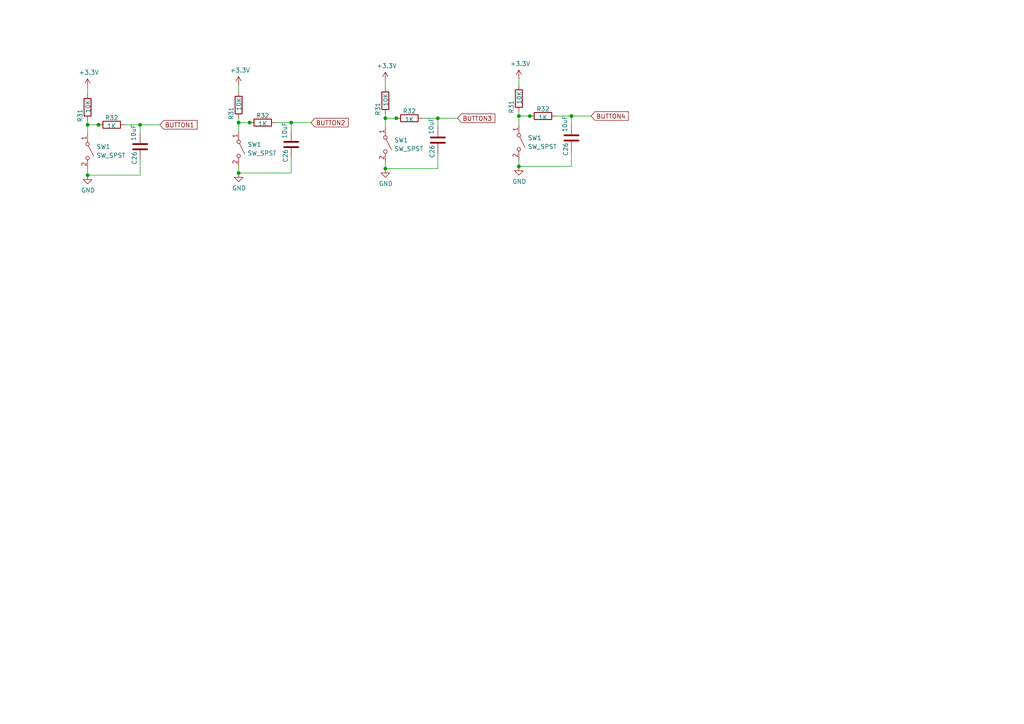
<source format=kicad_sch>
(kicad_sch (version 20230121) (generator eeschema)

  (uuid c2594aa1-857f-4eb7-af22-d43a178fed56)

  (paper "A4")

  (lib_symbols
    (symbol "KPM-Passives:C-0603-10uF-35V" (pin_numbers hide) (pin_names (offset 0.254)) (in_bom yes) (on_board yes)
      (property "Reference" "C" (at 0.635 2.54 0)
        (effects (font (size 1.27 1.27)) (justify left))
      )
      (property "Value" "10uF" (at 0.635 -2.54 0)
        (effects (font (size 1.27 1.27)) (justify left))
      )
      (property "Footprint" "Capacitor_SMD:C_0603_1608Metric_Pad1.08x0.95mm_HandSolder" (at 0.9652 -3.81 0)
        (effects (font (size 1.27 1.27)) hide)
      )
      (property "Datasheet" "~" (at 0 0 0)
        (effects (font (size 1.27 1.27)) hide)
      )
      (property "Digikey" "https://www.digikey.ca/en/products/detail/murata-electronics/GRM188R6YA106MA73D/5877411?s=N4IgTCBcDaIOICUCyBGAHGhA2AmgQRQAYsk8B2AZgBEQBdAXyA" (at -16.51 0 90)
        (effects (font (size 1.27 1.27)) hide)
      )
      (property "Mouser" "https://www.mouser.ca/ProductDetail/Murata-Electronics/GRM188R6YA106MA73D?qs=I53XXhTNm8uKsiF7Obn3Gg%3D%3D" (at -19.05 12.7 90)
        (effects (font (size 1.27 1.27)) hide)
      )
      (property "Manufacturer" "Murata Electronics" (at -13.97 -35.56 90)
        (effects (font (size 1.27 1.27)) hide)
      )
      (property "Part No" "GRM188R6YA106MA73D" (at -13.97 -8.89 90)
        (effects (font (size 1.27 1.27)) hide)
      )
      (property "ki_keywords" "cap capacitor" (at 0 0 0)
        (effects (font (size 1.27 1.27)) hide)
      )
      (property "ki_description" "Unpolarized capacitor" (at 0 0 0)
        (effects (font (size 1.27 1.27)) hide)
      )
      (property "ki_fp_filters" "C_*" (at 0 0 0)
        (effects (font (size 1.27 1.27)) hide)
      )
      (symbol "C-0603-10uF-35V_0_1"
        (polyline
          (pts
            (xy -2.032 -0.762)
            (xy 2.032 -0.762)
          )
          (stroke (width 0.508) (type default))
          (fill (type none))
        )
        (polyline
          (pts
            (xy -2.032 0.762)
            (xy 2.032 0.762)
          )
          (stroke (width 0.508) (type default))
          (fill (type none))
        )
      )
      (symbol "C-0603-10uF-35V_1_1"
        (pin passive line (at 0 3.81 270) (length 2.794)
          (name "~" (effects (font (size 1.27 1.27))))
          (number "1" (effects (font (size 1.27 1.27))))
        )
        (pin passive line (at 0 -3.81 90) (length 2.794)
          (name "~" (effects (font (size 1.27 1.27))))
          (number "2" (effects (font (size 1.27 1.27))))
        )
      )
    )
    (symbol "KPM-Passives:R-0603-10K-0.1W-1%" (pin_numbers hide) (pin_names (offset 0)) (in_bom yes) (on_board yes)
      (property "Reference" "R" (at 2.032 0 90)
        (effects (font (size 1.27 1.27)))
      )
      (property "Value" "10K" (at 0 0 90)
        (effects (font (size 1.27 1.27)))
      )
      (property "Footprint" "Resistor_SMD:R_0603_1608Metric_Pad0.98x0.95mm_HandSolder" (at -1.778 0 90)
        (effects (font (size 1.27 1.27)) hide)
      )
      (property "Datasheet" "~" (at 0 0 0)
        (effects (font (size 1.27 1.27)) hide)
      )
      (property "Digikey" "https://www.digikey.ca/en/products/detail/yageo/rc0603fr-0710kl/726880" (at -13.97 -5.08 90)
        (effects (font (size 1.27 1.27)) hide)
      )
      (property "Mouser" "https://www.mouser.ca/ProductDetail/YAGEO/RC0603FR-0710KL?qs=grNVn54RoB%252B3GtjbJj3wJQ%3D%3D" (at -16.51 10.16 90)
        (effects (font (size 1.27 1.27)) hide)
      )
      (property "Manufacturer" "Yageo" (at -10.16 -26.67 90)
        (effects (font (size 1.27 1.27)) hide)
      )
      (property "Part No" "RC0603FR-0710KL" (at -10.16 -11.43 90)
        (effects (font (size 1.27 1.27)) hide)
      )
      (property "ki_keywords" "R res resistor" (at 0 0 0)
        (effects (font (size 1.27 1.27)) hide)
      )
      (property "ki_description" "Resistor" (at 0 0 0)
        (effects (font (size 1.27 1.27)) hide)
      )
      (property "ki_fp_filters" "R_*" (at 0 0 0)
        (effects (font (size 1.27 1.27)) hide)
      )
      (symbol "R-0603-10K-0.1W-1%_0_1"
        (rectangle (start -1.016 -2.54) (end 1.016 2.54)
          (stroke (width 0.254) (type default))
          (fill (type none))
        )
      )
      (symbol "R-0603-10K-0.1W-1%_1_1"
        (pin passive line (at 0 3.81 270) (length 1.27)
          (name "~" (effects (font (size 1.27 1.27))))
          (number "1" (effects (font (size 1.27 1.27))))
        )
        (pin passive line (at 0 -3.81 90) (length 1.27)
          (name "~" (effects (font (size 1.27 1.27))))
          (number "2" (effects (font (size 1.27 1.27))))
        )
      )
    )
    (symbol "KPM-Passives:R-0603-1K-0.1W-1%" (pin_numbers hide) (pin_names (offset 0)) (in_bom yes) (on_board yes)
      (property "Reference" "R" (at 2.032 0 90)
        (effects (font (size 1.27 1.27)))
      )
      (property "Value" "1K" (at 0 0 90)
        (effects (font (size 1.27 1.27)))
      )
      (property "Footprint" "Resistor_SMD:R_0603_1608Metric_Pad0.98x0.95mm_HandSolder" (at -1.778 0 90)
        (effects (font (size 1.27 1.27)) hide)
      )
      (property "Datasheet" "~" (at 0 0 0)
        (effects (font (size 1.27 1.27)) hide)
      )
      (property "Digikey" "https://www.digikey.ca/en/products/detail/yageo/rc0603fr-071kl/726843" (at -13.97 -5.08 90)
        (effects (font (size 1.27 1.27)) hide)
      )
      (property "Mouser" "https://www.mouser.ca/ProductDetail/YAGEO/RC0603FR-071KL?qs=VU8sRB4EgwApHsk4rF%2F3zg%3D%3D" (at -16.51 10.16 90)
        (effects (font (size 1.27 1.27)) hide)
      )
      (property "Manufacturer" "Yageo" (at -10.16 -26.67 90)
        (effects (font (size 1.27 1.27)) hide)
      )
      (property "Part No" "RC0603FR-071KL" (at -10.16 -11.43 90)
        (effects (font (size 1.27 1.27)) hide)
      )
      (property "ki_keywords" "R res resistor" (at 0 0 0)
        (effects (font (size 1.27 1.27)) hide)
      )
      (property "ki_description" "Resistor" (at 0 0 0)
        (effects (font (size 1.27 1.27)) hide)
      )
      (property "ki_fp_filters" "R_*" (at 0 0 0)
        (effects (font (size 1.27 1.27)) hide)
      )
      (symbol "R-0603-1K-0.1W-1%_0_1"
        (rectangle (start -1.016 -2.54) (end 1.016 2.54)
          (stroke (width 0.254) (type default))
          (fill (type none))
        )
      )
      (symbol "R-0603-1K-0.1W-1%_1_1"
        (pin passive line (at 0 3.81 270) (length 1.27)
          (name "~" (effects (font (size 1.27 1.27))))
          (number "1" (effects (font (size 1.27 1.27))))
        )
        (pin passive line (at 0 -3.81 90) (length 1.27)
          (name "~" (effects (font (size 1.27 1.27))))
          (number "2" (effects (font (size 1.27 1.27))))
        )
      )
    )
    (symbol "Switch:SW_SPST" (pin_names (offset 0) hide) (in_bom yes) (on_board yes)
      (property "Reference" "SW" (at 0 3.175 0)
        (effects (font (size 1.27 1.27)))
      )
      (property "Value" "SW_SPST" (at 0 -2.54 0)
        (effects (font (size 1.27 1.27)))
      )
      (property "Footprint" "" (at 0 0 0)
        (effects (font (size 1.27 1.27)) hide)
      )
      (property "Datasheet" "~" (at 0 0 0)
        (effects (font (size 1.27 1.27)) hide)
      )
      (property "ki_keywords" "switch lever" (at 0 0 0)
        (effects (font (size 1.27 1.27)) hide)
      )
      (property "ki_description" "Single Pole Single Throw (SPST) switch" (at 0 0 0)
        (effects (font (size 1.27 1.27)) hide)
      )
      (symbol "SW_SPST_0_0"
        (circle (center -2.032 0) (radius 0.508)
          (stroke (width 0) (type default))
          (fill (type none))
        )
        (polyline
          (pts
            (xy -1.524 0.254)
            (xy 1.524 1.778)
          )
          (stroke (width 0) (type default))
          (fill (type none))
        )
        (circle (center 2.032 0) (radius 0.508)
          (stroke (width 0) (type default))
          (fill (type none))
        )
      )
      (symbol "SW_SPST_1_1"
        (pin passive line (at -5.08 0 0) (length 2.54)
          (name "A" (effects (font (size 1.27 1.27))))
          (number "1" (effects (font (size 1.27 1.27))))
        )
        (pin passive line (at 5.08 0 180) (length 2.54)
          (name "B" (effects (font (size 1.27 1.27))))
          (number "2" (effects (font (size 1.27 1.27))))
        )
      )
    )
    (symbol "power:+3.3V" (power) (pin_names (offset 0)) (in_bom yes) (on_board yes)
      (property "Reference" "#PWR" (at 0 -3.81 0)
        (effects (font (size 1.27 1.27)) hide)
      )
      (property "Value" "+3.3V" (at 0 3.556 0)
        (effects (font (size 1.27 1.27)))
      )
      (property "Footprint" "" (at 0 0 0)
        (effects (font (size 1.27 1.27)) hide)
      )
      (property "Datasheet" "" (at 0 0 0)
        (effects (font (size 1.27 1.27)) hide)
      )
      (property "ki_keywords" "global power" (at 0 0 0)
        (effects (font (size 1.27 1.27)) hide)
      )
      (property "ki_description" "Power symbol creates a global label with name \"+3.3V\"" (at 0 0 0)
        (effects (font (size 1.27 1.27)) hide)
      )
      (symbol "+3.3V_0_1"
        (polyline
          (pts
            (xy -0.762 1.27)
            (xy 0 2.54)
          )
          (stroke (width 0) (type default))
          (fill (type none))
        )
        (polyline
          (pts
            (xy 0 0)
            (xy 0 2.54)
          )
          (stroke (width 0) (type default))
          (fill (type none))
        )
        (polyline
          (pts
            (xy 0 2.54)
            (xy 0.762 1.27)
          )
          (stroke (width 0) (type default))
          (fill (type none))
        )
      )
      (symbol "+3.3V_1_1"
        (pin power_in line (at 0 0 90) (length 0) hide
          (name "+3.3V" (effects (font (size 1.27 1.27))))
          (number "1" (effects (font (size 1.27 1.27))))
        )
      )
    )
    (symbol "power:GND" (power) (pin_names (offset 0)) (in_bom yes) (on_board yes)
      (property "Reference" "#PWR" (at 0 -6.35 0)
        (effects (font (size 1.27 1.27)) hide)
      )
      (property "Value" "GND" (at 0 -3.81 0)
        (effects (font (size 1.27 1.27)))
      )
      (property "Footprint" "" (at 0 0 0)
        (effects (font (size 1.27 1.27)) hide)
      )
      (property "Datasheet" "" (at 0 0 0)
        (effects (font (size 1.27 1.27)) hide)
      )
      (property "ki_keywords" "global power" (at 0 0 0)
        (effects (font (size 1.27 1.27)) hide)
      )
      (property "ki_description" "Power symbol creates a global label with name \"GND\" , ground" (at 0 0 0)
        (effects (font (size 1.27 1.27)) hide)
      )
      (symbol "GND_0_1"
        (polyline
          (pts
            (xy 0 0)
            (xy 0 -1.27)
            (xy 1.27 -1.27)
            (xy 0 -2.54)
            (xy -1.27 -1.27)
            (xy 0 -1.27)
          )
          (stroke (width 0) (type default))
          (fill (type none))
        )
      )
      (symbol "GND_1_1"
        (pin power_in line (at 0 0 270) (length 0) hide
          (name "GND" (effects (font (size 1.27 1.27))))
          (number "1" (effects (font (size 1.27 1.27))))
        )
      )
    )
  )

  (junction (at 111.76 48.895) (diameter 0) (color 0 0 0 0)
    (uuid 092f9b43-05a6-42a1-8e11-28690a3f5fff)
  )
  (junction (at 127 34.29) (diameter 0) (color 0 0 0 0)
    (uuid 2d5e12bc-93a6-4d88-b3f2-61be4781c8aa)
  )
  (junction (at 150.495 33.655) (diameter 0) (color 0 0 0 0)
    (uuid 34ea051b-55c3-4360-bf6d-3ac244520e26)
  )
  (junction (at 150.495 48.26) (diameter 0) (color 0 0 0 0)
    (uuid 4ba02cdb-1766-408f-8b39-9faaf9195ac5)
  )
  (junction (at 28.575 36.195) (diameter 0) (color 0 0 0 0)
    (uuid 4ebeb03a-c566-4168-850e-5b05dee06746)
  )
  (junction (at 114.935 34.29) (diameter 0) (color 0 0 0 0)
    (uuid 5264b1a4-eaa1-472c-8715-b50fb9f62b74)
  )
  (junction (at 69.215 50.165) (diameter 0) (color 0 0 0 0)
    (uuid 52ee6730-f55b-4025-baad-efdf1631c0a9)
  )
  (junction (at 72.39 35.56) (diameter 0) (color 0 0 0 0)
    (uuid 555d0aea-8744-462e-b8b6-d7979d918d69)
  )
  (junction (at 165.735 33.655) (diameter 0) (color 0 0 0 0)
    (uuid 5c790cde-cb67-4151-a57a-78dbf6f65be2)
  )
  (junction (at 69.215 35.56) (diameter 0) (color 0 0 0 0)
    (uuid 61643123-da17-4026-9942-0b1a66e765e3)
  )
  (junction (at 25.4 50.8) (diameter 0) (color 0 0 0 0)
    (uuid 75588b3c-a84f-42f6-afc1-245df3cf3995)
  )
  (junction (at 40.64 36.195) (diameter 0) (color 0 0 0 0)
    (uuid 8b4a192d-b5e3-42e7-9bda-9529f55aeab8)
  )
  (junction (at 153.67 33.655) (diameter 0) (color 0 0 0 0)
    (uuid 916edc43-6898-4728-b372-4f3c1a33f643)
  )
  (junction (at 84.455 35.56) (diameter 0) (color 0 0 0 0)
    (uuid 989aa76d-f5cc-4a3e-8a96-246bf0faf3d6)
  )
  (junction (at 25.4 36.195) (diameter 0) (color 0 0 0 0)
    (uuid cd1b25ee-ae0a-477f-8adb-33d25d572966)
  )
  (junction (at 111.76 34.29) (diameter 0) (color 0 0 0 0)
    (uuid d2812044-fce6-4097-b0bb-6bf60b75ec67)
  )

  (wire (pts (xy 111.76 23.495) (xy 111.76 25.4))
    (stroke (width 0) (type default))
    (uuid 00a79e26-962f-4b65-8663-f28ca13a39ff)
  )
  (wire (pts (xy 69.215 24.765) (xy 69.215 26.67))
    (stroke (width 0) (type default))
    (uuid 0e6894cb-c6ba-4a0f-919a-75064be620c7)
  )
  (wire (pts (xy 165.735 33.655) (xy 165.735 36.195))
    (stroke (width 0) (type default))
    (uuid 10b1052b-518b-4f71-b158-95eebdf73fdd)
  )
  (wire (pts (xy 127 34.29) (xy 132.715 34.29))
    (stroke (width 0) (type default))
    (uuid 118b8609-b6b5-4957-9550-50d330b0a2d5)
  )
  (wire (pts (xy 69.215 34.29) (xy 69.215 35.56))
    (stroke (width 0) (type default))
    (uuid 11f7c2cf-dd3e-4d16-aacd-adc7b765ddd7)
  )
  (wire (pts (xy 28.575 36.195) (xy 29.21 36.195))
    (stroke (width 0) (type default))
    (uuid 149d6a6c-72ba-450a-a60e-13f001929201)
  )
  (wire (pts (xy 25.4 36.195) (xy 25.4 38.735))
    (stroke (width 0) (type default))
    (uuid 15198a38-f656-45da-9847-7a0bd5d40a1d)
  )
  (wire (pts (xy 84.455 35.56) (xy 90.17 35.56))
    (stroke (width 0) (type default))
    (uuid 234b6bbe-4320-48e8-9c09-866fb48c2f95)
  )
  (wire (pts (xy 25.4 25.4) (xy 25.4 27.305))
    (stroke (width 0) (type default))
    (uuid 2967f99b-daac-4652-b3b5-405d45235ef3)
  )
  (wire (pts (xy 150.495 32.385) (xy 150.495 33.655))
    (stroke (width 0) (type default))
    (uuid 31cb0414-3725-45b2-9a86-a145c851bcfe)
  )
  (wire (pts (xy 69.215 35.56) (xy 72.39 35.56))
    (stroke (width 0) (type default))
    (uuid 48985115-4c87-4f1a-a1e0-c18b1bd2bdb8)
  )
  (wire (pts (xy 111.76 46.99) (xy 111.76 48.895))
    (stroke (width 0) (type default))
    (uuid 57e29c2a-f015-4ba3-a213-ce4c36927302)
  )
  (wire (pts (xy 40.64 36.195) (xy 40.64 38.735))
    (stroke (width 0) (type default))
    (uuid 5c3ce1c3-8fb3-4d99-869a-45f38d24c42d)
  )
  (wire (pts (xy 122.555 34.29) (xy 127 34.29))
    (stroke (width 0) (type default))
    (uuid 62702b55-d495-4890-a2ed-94e390ee07a4)
  )
  (wire (pts (xy 111.76 33.02) (xy 111.76 34.29))
    (stroke (width 0) (type default))
    (uuid 74aa7c50-fb9e-4979-956c-962fbaa30e0d)
  )
  (wire (pts (xy 25.4 36.195) (xy 28.575 36.195))
    (stroke (width 0) (type default))
    (uuid 782a2c5e-e8d0-418e-a04f-6c8681a594b3)
  )
  (wire (pts (xy 165.735 43.815) (xy 165.735 48.26))
    (stroke (width 0) (type default))
    (uuid 7912d930-fafb-448d-a3a3-6d8daf5f9337)
  )
  (wire (pts (xy 150.495 33.655) (xy 153.67 33.655))
    (stroke (width 0) (type default))
    (uuid 7d9e377d-f0bf-4774-ae58-d255128d101f)
  )
  (wire (pts (xy 69.215 35.56) (xy 69.215 38.1))
    (stroke (width 0) (type default))
    (uuid 84090c3c-542b-457b-aae0-a794340b890d)
  )
  (wire (pts (xy 72.39 35.56) (xy 73.025 35.56))
    (stroke (width 0) (type default))
    (uuid 854dde29-bcb8-48f8-88c9-6013d35a0df8)
  )
  (wire (pts (xy 84.455 35.56) (xy 84.455 38.1))
    (stroke (width 0) (type default))
    (uuid 860bd189-b6c6-483b-8d75-5cf6f6640bdc)
  )
  (wire (pts (xy 40.64 46.355) (xy 40.64 50.8))
    (stroke (width 0) (type default))
    (uuid 8772e375-da5e-4b4c-ad05-27167a398f92)
  )
  (wire (pts (xy 69.215 48.26) (xy 69.215 50.165))
    (stroke (width 0) (type default))
    (uuid 934d50f9-9721-4a47-94f2-e6efad688330)
  )
  (wire (pts (xy 25.4 34.925) (xy 25.4 36.195))
    (stroke (width 0) (type default))
    (uuid 93c83c0b-227d-45e9-b5b2-00fb17c361bb)
  )
  (wire (pts (xy 127 44.45) (xy 127 48.895))
    (stroke (width 0) (type default))
    (uuid 9e978f2c-bdf8-4068-8bb3-37544b6306c8)
  )
  (wire (pts (xy 80.01 35.56) (xy 84.455 35.56))
    (stroke (width 0) (type default))
    (uuid a394412c-db7e-472a-95da-55f6c8a50813)
  )
  (wire (pts (xy 25.4 48.895) (xy 25.4 50.8))
    (stroke (width 0) (type default))
    (uuid a745d79f-d3c1-4080-9a67-20400f7790aa)
  )
  (wire (pts (xy 127 48.895) (xy 111.76 48.895))
    (stroke (width 0) (type default))
    (uuid aa3f7991-3875-49f8-acda-ccc7b4cd165a)
  )
  (wire (pts (xy 150.495 33.655) (xy 150.495 36.195))
    (stroke (width 0) (type default))
    (uuid ad2bf3c1-4cb3-426f-aad2-ab5b2e144481)
  )
  (wire (pts (xy 84.455 50.165) (xy 69.215 50.165))
    (stroke (width 0) (type default))
    (uuid b66188e5-078c-4e1f-8cf3-1d36a3562d98)
  )
  (wire (pts (xy 84.455 45.72) (xy 84.455 50.165))
    (stroke (width 0) (type default))
    (uuid b9a2b02d-e5d2-4aa0-8ae1-2fbf0e075922)
  )
  (wire (pts (xy 111.76 34.29) (xy 111.76 36.83))
    (stroke (width 0) (type default))
    (uuid c2b3f5d6-5c51-4028-a0bb-42bb4edaae20)
  )
  (wire (pts (xy 40.64 36.195) (xy 46.355 36.195))
    (stroke (width 0) (type default))
    (uuid c5174eff-9f86-4f61-b5f6-9d8d556b3663)
  )
  (wire (pts (xy 127 34.29) (xy 127 36.83))
    (stroke (width 0) (type default))
    (uuid cae702ee-ba4d-4e32-a195-51f3ba6506f6)
  )
  (wire (pts (xy 150.495 22.86) (xy 150.495 24.765))
    (stroke (width 0) (type default))
    (uuid cc8df2eb-855a-4b0e-94d4-b2b7977306f1)
  )
  (wire (pts (xy 165.735 48.26) (xy 150.495 48.26))
    (stroke (width 0) (type default))
    (uuid cd270d66-77f9-4221-a2fc-3ad88c14e842)
  )
  (wire (pts (xy 111.76 34.29) (xy 114.935 34.29))
    (stroke (width 0) (type default))
    (uuid d1262c19-062a-4969-89ee-fb45a7c0cf32)
  )
  (wire (pts (xy 36.195 36.195) (xy 40.64 36.195))
    (stroke (width 0) (type default))
    (uuid d2b9dec1-166e-46c3-9822-d701f128b6d6)
  )
  (wire (pts (xy 161.29 33.655) (xy 165.735 33.655))
    (stroke (width 0) (type default))
    (uuid d7177595-7dff-4fe3-9d77-1f925b433970)
  )
  (wire (pts (xy 40.64 50.8) (xy 25.4 50.8))
    (stroke (width 0) (type default))
    (uuid d7dc256c-211f-4198-a298-6ee519a3e9da)
  )
  (wire (pts (xy 114.935 34.29) (xy 115.57 34.29))
    (stroke (width 0) (type default))
    (uuid dbd864db-c5b9-4f6c-9751-fa111bf224d7)
  )
  (wire (pts (xy 153.67 33.655) (xy 154.305 33.655))
    (stroke (width 0) (type default))
    (uuid e4cb81f3-fbdb-4e39-9742-6d71bcd3a794)
  )
  (wire (pts (xy 165.735 33.655) (xy 171.45 33.655))
    (stroke (width 0) (type default))
    (uuid f2940ea4-31a1-482d-b6f1-352b6dc7bc45)
  )
  (wire (pts (xy 150.495 46.355) (xy 150.495 48.26))
    (stroke (width 0) (type default))
    (uuid f52ee099-5cbe-46ad-86c8-5b7c58b76e99)
  )

  (global_label "BUTTON1" (shape input) (at 46.355 36.195 0) (fields_autoplaced)
    (effects (font (size 1.27 1.27)) (justify left))
    (uuid 04454cae-4737-4351-a58d-44c79dac21c0)
    (property "Intersheetrefs" "${INTERSHEET_REFS}" (at 57.7464 36.195 0)
      (effects (font (size 1.27 1.27)) (justify left) hide)
    )
  )
  (global_label "BUTTON4" (shape input) (at 171.45 33.655 0) (fields_autoplaced)
    (effects (font (size 1.27 1.27)) (justify left))
    (uuid 9342893f-b00a-487a-8cd9-7a9ac25fdd6a)
    (property "Intersheetrefs" "${INTERSHEET_REFS}" (at 182.8414 33.655 0)
      (effects (font (size 1.27 1.27)) (justify left) hide)
    )
  )
  (global_label "BUTTON3" (shape input) (at 132.715 34.29 0) (fields_autoplaced)
    (effects (font (size 1.27 1.27)) (justify left))
    (uuid 97a36fe7-d59a-4d14-aa8b-a586b017ff25)
    (property "Intersheetrefs" "${INTERSHEET_REFS}" (at 144.1064 34.29 0)
      (effects (font (size 1.27 1.27)) (justify left) hide)
    )
  )
  (global_label "BUTTON2" (shape input) (at 90.17 35.56 0) (fields_autoplaced)
    (effects (font (size 1.27 1.27)) (justify left))
    (uuid 9802cc88-fd6d-49d1-9314-389e301c144d)
    (property "Intersheetrefs" "${INTERSHEET_REFS}" (at 101.5614 35.56 0)
      (effects (font (size 1.27 1.27)) (justify left) hide)
    )
  )

  (symbol (lib_id "Switch:SW_SPST") (at 25.4 43.815 270) (unit 1)
    (in_bom yes) (on_board yes) (dnp no) (fields_autoplaced)
    (uuid 06c7a8f3-2761-493e-b9f5-fdf5d36124d8)
    (property "Reference" "SW1" (at 27.94 42.545 90)
      (effects (font (size 1.27 1.27)) (justify left))
    )
    (property "Value" "SW_SPST" (at 27.94 45.085 90)
      (effects (font (size 1.27 1.27)) (justify left))
    )
    (property "Footprint" "Button_Switch_SMD:SW_SPST_Omron_B3FS-101xP" (at 25.4 43.815 0)
      (effects (font (size 1.27 1.27)) hide)
    )
    (property "Datasheet" "~" (at 25.4 43.815 0)
      (effects (font (size 1.27 1.27)) hide)
    )
    (property "Populate" "" (at 25.4 43.815 0)
      (effects (font (size 1.27 1.27)))
    )
    (pin "1" (uuid 56508c30-4457-4bd5-ac09-576f64405e59))
    (pin "2" (uuid d729f435-4457-4aaf-8bc3-9d29e16861e9))
    (instances
      (project "stm-nucleo-l053-base"
        (path "/e40fcfd6-4070-4bae-bfa8-988e9cebe59d"
          (reference "SW1") (unit 1)
        )
        (path "/e40fcfd6-4070-4bae-bfa8-988e9cebe59d/2eee4fb0-4d8f-4796-b63b-225dd526f931"
          (reference "SW1") (unit 1)
        )
      )
    )
  )

  (symbol (lib_id "KPM-Passives:C-0603-10uF-35V") (at 40.64 42.545 180) (unit 1)
    (in_bom yes) (on_board yes) (dnp no)
    (uuid 1954d7ed-fe98-47e9-af44-ceea5509e393)
    (property "Reference" "C26" (at 38.989 45.847 90)
      (effects (font (size 1.27 1.27)))
    )
    (property "Value" "10uF" (at 38.735 38.481 90)
      (effects (font (size 1.27 1.27)))
    )
    (property "Footprint" "Capacitor_SMD:C_0603_1608Metric_Pad1.08x0.95mm_HandSolder" (at 39.6748 38.735 0)
      (effects (font (size 1.27 1.27)) hide)
    )
    (property "Datasheet" "~" (at 40.64 42.545 0)
      (effects (font (size 1.27 1.27)) hide)
    )
    (property "Manufacturer" "Murata Electronics" (at 54.61 6.985 90)
      (effects (font (size 1.27 1.27)) hide)
    )
    (property "Manu PN" "CL21B106KOQNNNG" (at 40.64 42.545 90)
      (effects (font (size 1.27 1.27)) hide)
    )
    (property "Distributor" "Digikey" (at 40.64 42.545 90)
      (effects (font (size 1.27 1.27)) hide)
    )
    (property "Dist PN" "1276-6472-1-ND" (at 40.64 42.545 90)
      (effects (font (size 1.27 1.27)) hide)
    )
    (property "Description" "10 µF ±10% 16V Ceramic Capacitor X7R 0805 (2012 Metric)" (at 40.64 42.545 90)
      (effects (font (size 1.27 1.27)) hide)
    )
    (property "Digikey" "https://www.digikey.ca/en/products/detail/murata-electronics/GRM188R6YA106MA73D/5877411?s=N4IgTCBcDaIOICUCyBGAHGhA2AmgQRQAYsk8B2AZgBEQBdAXyA" (at 57.15 42.545 90)
      (effects (font (size 1.27 1.27)) hide)
    )
    (property "Mouser" "https://www.mouser.ca/ProductDetail/Murata-Electronics/GRM188R6YA106MA73D?qs=I53XXhTNm8uKsiF7Obn3Gg%3D%3D" (at 59.69 55.245 90)
      (effects (font (size 1.27 1.27)) hide)
    )
    (property "Part No" "GRM188R6YA106MA73D" (at 54.61 33.655 90)
      (effects (font (size 1.27 1.27)) hide)
    )
    (pin "1" (uuid 6de217bc-7c63-4b73-9c94-11c29d40c01d))
    (pin "2" (uuid f814fa30-4b4f-4c3b-8300-520c206aee6c))
    (instances
      (project "cellMeasureChip_v4p2"
        (path "/b772711d-5898-4ea5-83bf-3e2589d8f81f/0eb24e69-baa9-4023-9762-22e6083d243a"
          (reference "C26") (unit 1)
        )
      )
      (project "stm-nucleo-l053-base"
        (path "/e40fcfd6-4070-4bae-bfa8-988e9cebe59d"
          (reference "C1") (unit 1)
        )
        (path "/e40fcfd6-4070-4bae-bfa8-988e9cebe59d/2eee4fb0-4d8f-4796-b63b-225dd526f931"
          (reference "C1") (unit 1)
        )
      )
    )
  )

  (symbol (lib_id "KPM-Passives:R-0603-1K-0.1W-1%") (at 118.745 34.29 270) (mirror x) (unit 1)
    (in_bom yes) (on_board yes) (dnp no)
    (uuid 274217a2-4e51-4774-9fa9-da7a97c30725)
    (property "Reference" "R32" (at 118.745 32.258 90)
      (effects (font (size 1.27 1.27)))
    )
    (property "Value" "1K" (at 118.745 34.671 90)
      (effects (font (size 1.27 1.27)))
    )
    (property "Footprint" "Resistor_SMD:R_0603_1608Metric_Pad0.98x0.95mm_HandSolder" (at 118.745 36.068 90)
      (effects (font (size 1.27 1.27)) hide)
    )
    (property "Datasheet" "~" (at 118.745 34.29 0)
      (effects (font (size 1.27 1.27)) hide)
    )
    (property "Manu PN" "RNCP0603FTD1K00" (at 118.745 34.29 0)
      (effects (font (size 1.524 1.524)) hide)
    )
    (property "Manufacturer" "Yageo" (at 92.075 44.45 90)
      (effects (font (size 1.27 1.27)) hide)
    )
    (property "Distributor" "Digikey" (at 118.745 34.29 0)
      (effects (font (size 1.524 1.524)) hide)
    )
    (property "Description" "1 kOhms+/-1% 0.125W, 1/8W Chip Resistor 0603 (1608 Metric) Anti-Sulfur Thin Film" (at 118.745 34.29 0)
      (effects (font (size 1.524 1.524)) hide)
    )
    (property "Dist PN" "RNCP0603FTD1K00CT-ND" (at 118.745 34.29 0)
      (effects (font (size 1.524 1.524)) hide)
    )
    (property "Fieldname" "Value" (at 118.745 34.29 0)
      (effects (font (size 1.524 1.524)) hide)
    )
    (property "Digikey" "https://www.digikey.ca/en/products/detail/yageo/rc0603fr-071kl/726843" (at 113.665 48.26 90)
      (effects (font (size 1.27 1.27)) hide)
    )
    (property "Mouser" "https://www.mouser.ca/ProductDetail/YAGEO/RC0603FR-071KL?qs=VU8sRB4EgwApHsk4rF%2F3zg%3D%3D" (at 128.905 50.8 90)
      (effects (font (size 1.27 1.27)) hide)
    )
    (property "Part No" "RC0603FR-071KL" (at 107.315 44.45 90)
      (effects (font (size 1.27 1.27)) hide)
    )
    (pin "1" (uuid e0d6d828-ce09-463b-993d-b735e1e143b8))
    (pin "2" (uuid fba83e87-9a62-4910-a240-adc8552fd33c))
    (instances
      (project "cellMeasureChip_v4p2"
        (path "/b772711d-5898-4ea5-83bf-3e2589d8f81f/0eb24e69-baa9-4023-9762-22e6083d243a"
          (reference "R32") (unit 1)
        )
      )
      (project "stm-nucleo-l053-base"
        (path "/e40fcfd6-4070-4bae-bfa8-988e9cebe59d"
          (reference "R2") (unit 1)
        )
        (path "/e40fcfd6-4070-4bae-bfa8-988e9cebe59d/2eee4fb0-4d8f-4796-b63b-225dd526f931"
          (reference "R6") (unit 1)
        )
      )
    )
  )

  (symbol (lib_id "KPM-Passives:R-0603-10K-0.1W-1%") (at 25.4 31.115 180) (unit 1)
    (in_bom yes) (on_board yes) (dnp no)
    (uuid 312e93ad-c02a-40ed-901c-747f32e0593b)
    (property "Reference" "R31" (at 23.241 33.528 90)
      (effects (font (size 1.27 1.27)))
    )
    (property "Value" "10K" (at 25.527 30.861 90)
      (effects (font (size 1.27 1.27)))
    )
    (property "Footprint" "Resistor_SMD:R_0603_1608Metric_Pad0.98x0.95mm_HandSolder" (at 27.178 31.115 90)
      (effects (font (size 1.27 1.27)) hide)
    )
    (property "Datasheet" "~" (at 25.4 31.115 0)
      (effects (font (size 1.27 1.27)) hide)
    )
    (property "Manufacturer" "Yageo" (at 35.56 4.445 90)
      (effects (font (size 1.27 1.27)) hide)
    )
    (property "Manu PN" "RMCF0603FT10K0" (at 25.4 31.115 90)
      (effects (font (size 1.27 1.27)) hide)
    )
    (property "Distributor" "Digikey" (at 25.4 31.115 90)
      (effects (font (size 1.27 1.27)) hide)
    )
    (property "Dist PN" "RMCF0603FT10K0CT-ND" (at 25.4 31.115 90)
      (effects (font (size 1.27 1.27)) hide)
    )
    (property "Description" "10 kOhms +/-1% 0.1W, 1/10W Chip Resistor 0603 (1608 Metric) Automotive AEC-Q200 Thick Film" (at 25.4 31.115 90)
      (effects (font (size 1.27 1.27)) hide)
    )
    (property "Digikey" "https://www.digikey.ca/en/products/detail/yageo/rc0603fr-0710kl/726880" (at 39.37 26.035 90)
      (effects (font (size 1.27 1.27)) hide)
    )
    (property "Mouser" "https://www.mouser.ca/ProductDetail/YAGEO/RC0603FR-0710KL?qs=grNVn54RoB%252B3GtjbJj3wJQ%3D%3D" (at 41.91 41.275 90)
      (effects (font (size 1.27 1.27)) hide)
    )
    (property "Part No" "RC0603FR-0710KL" (at 35.56 19.685 90)
      (effects (font (size 1.27 1.27)) hide)
    )
    (property "Populate" "" (at 25.4 31.115 0)
      (effects (font (size 1.27 1.27)))
    )
    (pin "1" (uuid 5ed5442c-13cd-41f8-89b8-a338c7a00ac7))
    (pin "2" (uuid 51163bc4-7072-4dc2-8de7-4d21645ddba7))
    (instances
      (project "cellMeasureChip_v4p2"
        (path "/b772711d-5898-4ea5-83bf-3e2589d8f81f/0eb24e69-baa9-4023-9762-22e6083d243a"
          (reference "R31") (unit 1)
        )
      )
      (project "stm-nucleo-l053-base"
        (path "/e40fcfd6-4070-4bae-bfa8-988e9cebe59d"
          (reference "R1") (unit 1)
        )
        (path "/e40fcfd6-4070-4bae-bfa8-988e9cebe59d/2eee4fb0-4d8f-4796-b63b-225dd526f931"
          (reference "R1") (unit 1)
        )
      )
    )
  )

  (symbol (lib_id "power:GND") (at 69.215 50.165 0) (unit 1)
    (in_bom yes) (on_board yes) (dnp no)
    (uuid 319373f6-465f-4d7c-b937-c020b282ef7b)
    (property "Reference" "#PWR015" (at 69.215 56.515 0)
      (effects (font (size 1.27 1.27)) hide)
    )
    (property "Value" "GND" (at 69.342 54.5592 0)
      (effects (font (size 1.27 1.27)))
    )
    (property "Footprint" "" (at 69.215 50.165 0)
      (effects (font (size 1.27 1.27)) hide)
    )
    (property "Datasheet" "" (at 69.215 50.165 0)
      (effects (font (size 1.27 1.27)) hide)
    )
    (pin "1" (uuid 942a092e-703d-4eec-be19-4461ebefffa6))
    (instances
      (project "cellMeasureChip_v4p2"
        (path "/b772711d-5898-4ea5-83bf-3e2589d8f81f/0eb24e69-baa9-4023-9762-22e6083d243a"
          (reference "#PWR015") (unit 1)
        )
      )
      (project "stm-nucleo-l053-base"
        (path "/e40fcfd6-4070-4bae-bfa8-988e9cebe59d"
          (reference "#PWR012") (unit 1)
        )
        (path "/e40fcfd6-4070-4bae-bfa8-988e9cebe59d/2eee4fb0-4d8f-4796-b63b-225dd526f931"
          (reference "#PWR012") (unit 1)
        )
      )
    )
  )

  (symbol (lib_id "power:+3.3V") (at 111.76 23.495 0) (unit 1)
    (in_bom yes) (on_board yes) (dnp no)
    (uuid 3e29e832-594e-4ae4-aa04-3af0b5c265ac)
    (property "Reference" "#PWR013" (at 111.76 27.305 0)
      (effects (font (size 1.27 1.27)) hide)
    )
    (property "Value" "+3.3V" (at 112.141 19.1008 0)
      (effects (font (size 1.27 1.27)))
    )
    (property "Footprint" "" (at 111.76 23.495 0)
      (effects (font (size 1.27 1.27)) hide)
    )
    (property "Datasheet" "" (at 111.76 23.495 0)
      (effects (font (size 1.27 1.27)) hide)
    )
    (pin "1" (uuid 47d0ece8-c78a-4a5f-9f5e-1bc67e18f54b))
    (instances
      (project "cellMeasureChip_v4p2"
        (path "/b772711d-5898-4ea5-83bf-3e2589d8f81f/0eb24e69-baa9-4023-9762-22e6083d243a"
          (reference "#PWR013") (unit 1)
        )
      )
      (project "stm-nucleo-l053-base"
        (path "/e40fcfd6-4070-4bae-bfa8-988e9cebe59d"
          (reference "#PWR013") (unit 1)
        )
        (path "/e40fcfd6-4070-4bae-bfa8-988e9cebe59d/2eee4fb0-4d8f-4796-b63b-225dd526f931"
          (reference "#PWR013") (unit 1)
        )
      )
    )
  )

  (symbol (lib_id "KPM-Passives:R-0603-10K-0.1W-1%") (at 150.495 28.575 180) (unit 1)
    (in_bom yes) (on_board yes) (dnp no)
    (uuid 43020525-4f24-4df3-9d55-0ea4ead0a40f)
    (property "Reference" "R31" (at 148.336 30.988 90)
      (effects (font (size 1.27 1.27)))
    )
    (property "Value" "10K" (at 150.622 28.321 90)
      (effects (font (size 1.27 1.27)))
    )
    (property "Footprint" "Resistor_SMD:R_0603_1608Metric_Pad0.98x0.95mm_HandSolder" (at 152.273 28.575 90)
      (effects (font (size 1.27 1.27)) hide)
    )
    (property "Datasheet" "~" (at 150.495 28.575 0)
      (effects (font (size 1.27 1.27)) hide)
    )
    (property "Manufacturer" "Yageo" (at 160.655 1.905 90)
      (effects (font (size 1.27 1.27)) hide)
    )
    (property "Manu PN" "RMCF0603FT10K0" (at 150.495 28.575 90)
      (effects (font (size 1.27 1.27)) hide)
    )
    (property "Distributor" "Digikey" (at 150.495 28.575 90)
      (effects (font (size 1.27 1.27)) hide)
    )
    (property "Dist PN" "RMCF0603FT10K0CT-ND" (at 150.495 28.575 90)
      (effects (font (size 1.27 1.27)) hide)
    )
    (property "Description" "10 kOhms +/-1% 0.1W, 1/10W Chip Resistor 0603 (1608 Metric) Automotive AEC-Q200 Thick Film" (at 150.495 28.575 90)
      (effects (font (size 1.27 1.27)) hide)
    )
    (property "Digikey" "https://www.digikey.ca/en/products/detail/yageo/rc0603fr-0710kl/726880" (at 164.465 23.495 90)
      (effects (font (size 1.27 1.27)) hide)
    )
    (property "Mouser" "https://www.mouser.ca/ProductDetail/YAGEO/RC0603FR-0710KL?qs=grNVn54RoB%252B3GtjbJj3wJQ%3D%3D" (at 167.005 38.735 90)
      (effects (font (size 1.27 1.27)) hide)
    )
    (property "Part No" "RC0603FR-0710KL" (at 160.655 17.145 90)
      (effects (font (size 1.27 1.27)) hide)
    )
    (property "Populate" "" (at 150.495 28.575 0)
      (effects (font (size 1.27 1.27)))
    )
    (pin "1" (uuid 311f53cb-acc2-4b4f-a8f1-cbd0567eb7e0))
    (pin "2" (uuid 29a4bfb7-f675-445a-9442-48de8a2c7d48))
    (instances
      (project "cellMeasureChip_v4p2"
        (path "/b772711d-5898-4ea5-83bf-3e2589d8f81f/0eb24e69-baa9-4023-9762-22e6083d243a"
          (reference "R31") (unit 1)
        )
      )
      (project "stm-nucleo-l053-base"
        (path "/e40fcfd6-4070-4bae-bfa8-988e9cebe59d"
          (reference "R1") (unit 1)
        )
        (path "/e40fcfd6-4070-4bae-bfa8-988e9cebe59d/2eee4fb0-4d8f-4796-b63b-225dd526f931"
          (reference "R7") (unit 1)
        )
      )
    )
  )

  (symbol (lib_id "KPM-Passives:R-0603-1K-0.1W-1%") (at 157.48 33.655 270) (mirror x) (unit 1)
    (in_bom yes) (on_board yes) (dnp no)
    (uuid 447bf4eb-ea34-412d-bb08-2dab537c2fa4)
    (property "Reference" "R32" (at 157.48 31.623 90)
      (effects (font (size 1.27 1.27)))
    )
    (property "Value" "1K" (at 157.48 34.036 90)
      (effects (font (size 1.27 1.27)))
    )
    (property "Footprint" "Resistor_SMD:R_0603_1608Metric_Pad0.98x0.95mm_HandSolder" (at 157.48 35.433 90)
      (effects (font (size 1.27 1.27)) hide)
    )
    (property "Datasheet" "~" (at 157.48 33.655 0)
      (effects (font (size 1.27 1.27)) hide)
    )
    (property "Manu PN" "RNCP0603FTD1K00" (at 157.48 33.655 0)
      (effects (font (size 1.524 1.524)) hide)
    )
    (property "Manufacturer" "Yageo" (at 130.81 43.815 90)
      (effects (font (size 1.27 1.27)) hide)
    )
    (property "Distributor" "Digikey" (at 157.48 33.655 0)
      (effects (font (size 1.524 1.524)) hide)
    )
    (property "Description" "1 kOhms+/-1% 0.125W, 1/8W Chip Resistor 0603 (1608 Metric) Anti-Sulfur Thin Film" (at 157.48 33.655 0)
      (effects (font (size 1.524 1.524)) hide)
    )
    (property "Dist PN" "RNCP0603FTD1K00CT-ND" (at 157.48 33.655 0)
      (effects (font (size 1.524 1.524)) hide)
    )
    (property "Fieldname" "Value" (at 157.48 33.655 0)
      (effects (font (size 1.524 1.524)) hide)
    )
    (property "Digikey" "https://www.digikey.ca/en/products/detail/yageo/rc0603fr-071kl/726843" (at 152.4 47.625 90)
      (effects (font (size 1.27 1.27)) hide)
    )
    (property "Mouser" "https://www.mouser.ca/ProductDetail/YAGEO/RC0603FR-071KL?qs=VU8sRB4EgwApHsk4rF%2F3zg%3D%3D" (at 167.64 50.165 90)
      (effects (font (size 1.27 1.27)) hide)
    )
    (property "Part No" "RC0603FR-071KL" (at 146.05 43.815 90)
      (effects (font (size 1.27 1.27)) hide)
    )
    (pin "1" (uuid 4a4badb2-12e5-4566-b467-cc49fc2c5c39))
    (pin "2" (uuid 31873f1f-7391-4b12-89b5-a8304d941d7e))
    (instances
      (project "cellMeasureChip_v4p2"
        (path "/b772711d-5898-4ea5-83bf-3e2589d8f81f/0eb24e69-baa9-4023-9762-22e6083d243a"
          (reference "R32") (unit 1)
        )
      )
      (project "stm-nucleo-l053-base"
        (path "/e40fcfd6-4070-4bae-bfa8-988e9cebe59d"
          (reference "R2") (unit 1)
        )
        (path "/e40fcfd6-4070-4bae-bfa8-988e9cebe59d/2eee4fb0-4d8f-4796-b63b-225dd526f931"
          (reference "R8") (unit 1)
        )
      )
    )
  )

  (symbol (lib_id "Switch:SW_SPST") (at 111.76 41.91 270) (unit 1)
    (in_bom yes) (on_board yes) (dnp no) (fields_autoplaced)
    (uuid 551f4e98-539e-4d53-97fc-b7751cc30220)
    (property "Reference" "SW1" (at 114.3 40.64 90)
      (effects (font (size 1.27 1.27)) (justify left))
    )
    (property "Value" "SW_SPST" (at 114.3 43.18 90)
      (effects (font (size 1.27 1.27)) (justify left))
    )
    (property "Footprint" "Button_Switch_SMD:SW_SPST_Omron_B3FS-101xP" (at 111.76 41.91 0)
      (effects (font (size 1.27 1.27)) hide)
    )
    (property "Datasheet" "~" (at 111.76 41.91 0)
      (effects (font (size 1.27 1.27)) hide)
    )
    (property "Populate" "" (at 111.76 41.91 0)
      (effects (font (size 1.27 1.27)))
    )
    (pin "1" (uuid 10bb65d2-2d79-492d-8a6a-52b7fab26f4f))
    (pin "2" (uuid 42feb71f-5fc5-43e1-bed1-31d4b348b2ae))
    (instances
      (project "stm-nucleo-l053-base"
        (path "/e40fcfd6-4070-4bae-bfa8-988e9cebe59d"
          (reference "SW1") (unit 1)
        )
        (path "/e40fcfd6-4070-4bae-bfa8-988e9cebe59d/2eee4fb0-4d8f-4796-b63b-225dd526f931"
          (reference "SW3") (unit 1)
        )
      )
    )
  )

  (symbol (lib_id "Switch:SW_SPST") (at 150.495 41.275 270) (unit 1)
    (in_bom yes) (on_board yes) (dnp no) (fields_autoplaced)
    (uuid 55ecc0dc-c9bb-484a-ab45-86aa1f3b8459)
    (property "Reference" "SW1" (at 153.035 40.005 90)
      (effects (font (size 1.27 1.27)) (justify left))
    )
    (property "Value" "SW_SPST" (at 153.035 42.545 90)
      (effects (font (size 1.27 1.27)) (justify left))
    )
    (property "Footprint" "Button_Switch_SMD:SW_SPST_Omron_B3FS-101xP" (at 150.495 41.275 0)
      (effects (font (size 1.27 1.27)) hide)
    )
    (property "Datasheet" "~" (at 150.495 41.275 0)
      (effects (font (size 1.27 1.27)) hide)
    )
    (property "Populate" "" (at 150.495 41.275 0)
      (effects (font (size 1.27 1.27)))
    )
    (pin "1" (uuid 3579dbe8-8fb3-427d-98f1-e60c4622fd1a))
    (pin "2" (uuid a027d3d5-f588-41e2-bcad-e9dc030c9161))
    (instances
      (project "stm-nucleo-l053-base"
        (path "/e40fcfd6-4070-4bae-bfa8-988e9cebe59d"
          (reference "SW1") (unit 1)
        )
        (path "/e40fcfd6-4070-4bae-bfa8-988e9cebe59d/2eee4fb0-4d8f-4796-b63b-225dd526f931"
          (reference "SW4") (unit 1)
        )
      )
    )
  )

  (symbol (lib_id "power:+3.3V") (at 69.215 24.765 0) (unit 1)
    (in_bom yes) (on_board yes) (dnp no)
    (uuid 5df96122-4b21-474f-ae2b-1b06cb22c80c)
    (property "Reference" "#PWR013" (at 69.215 28.575 0)
      (effects (font (size 1.27 1.27)) hide)
    )
    (property "Value" "+3.3V" (at 69.596 20.3708 0)
      (effects (font (size 1.27 1.27)))
    )
    (property "Footprint" "" (at 69.215 24.765 0)
      (effects (font (size 1.27 1.27)) hide)
    )
    (property "Datasheet" "" (at 69.215 24.765 0)
      (effects (font (size 1.27 1.27)) hide)
    )
    (pin "1" (uuid 19f00bab-0c8b-41a8-8135-e1eb68d6655f))
    (instances
      (project "cellMeasureChip_v4p2"
        (path "/b772711d-5898-4ea5-83bf-3e2589d8f81f/0eb24e69-baa9-4023-9762-22e6083d243a"
          (reference "#PWR013") (unit 1)
        )
      )
      (project "stm-nucleo-l053-base"
        (path "/e40fcfd6-4070-4bae-bfa8-988e9cebe59d"
          (reference "#PWR013") (unit 1)
        )
        (path "/e40fcfd6-4070-4bae-bfa8-988e9cebe59d/2eee4fb0-4d8f-4796-b63b-225dd526f931"
          (reference "#PWR011") (unit 1)
        )
      )
    )
  )

  (symbol (lib_id "KPM-Passives:R-0603-10K-0.1W-1%") (at 69.215 30.48 180) (unit 1)
    (in_bom yes) (on_board yes) (dnp no)
    (uuid 5ebc1f15-9b47-4505-bbcb-dcaba1d5d497)
    (property "Reference" "R31" (at 67.056 32.893 90)
      (effects (font (size 1.27 1.27)))
    )
    (property "Value" "10K" (at 69.342 30.226 90)
      (effects (font (size 1.27 1.27)))
    )
    (property "Footprint" "Resistor_SMD:R_0603_1608Metric_Pad0.98x0.95mm_HandSolder" (at 70.993 30.48 90)
      (effects (font (size 1.27 1.27)) hide)
    )
    (property "Datasheet" "~" (at 69.215 30.48 0)
      (effects (font (size 1.27 1.27)) hide)
    )
    (property "Manufacturer" "Yageo" (at 79.375 3.81 90)
      (effects (font (size 1.27 1.27)) hide)
    )
    (property "Manu PN" "RMCF0603FT10K0" (at 69.215 30.48 90)
      (effects (font (size 1.27 1.27)) hide)
    )
    (property "Distributor" "Digikey" (at 69.215 30.48 90)
      (effects (font (size 1.27 1.27)) hide)
    )
    (property "Dist PN" "RMCF0603FT10K0CT-ND" (at 69.215 30.48 90)
      (effects (font (size 1.27 1.27)) hide)
    )
    (property "Description" "10 kOhms +/-1% 0.1W, 1/10W Chip Resistor 0603 (1608 Metric) Automotive AEC-Q200 Thick Film" (at 69.215 30.48 90)
      (effects (font (size 1.27 1.27)) hide)
    )
    (property "Digikey" "https://www.digikey.ca/en/products/detail/yageo/rc0603fr-0710kl/726880" (at 83.185 25.4 90)
      (effects (font (size 1.27 1.27)) hide)
    )
    (property "Mouser" "https://www.mouser.ca/ProductDetail/YAGEO/RC0603FR-0710KL?qs=grNVn54RoB%252B3GtjbJj3wJQ%3D%3D" (at 85.725 40.64 90)
      (effects (font (size 1.27 1.27)) hide)
    )
    (property "Part No" "RC0603FR-0710KL" (at 79.375 19.05 90)
      (effects (font (size 1.27 1.27)) hide)
    )
    (property "Populate" "" (at 69.215 30.48 0)
      (effects (font (size 1.27 1.27)))
    )
    (pin "1" (uuid 59fe3e30-27fa-476d-9b68-c266ed761243))
    (pin "2" (uuid 9efa55de-8ff9-4716-9aa4-e80dd4b5b881))
    (instances
      (project "cellMeasureChip_v4p2"
        (path "/b772711d-5898-4ea5-83bf-3e2589d8f81f/0eb24e69-baa9-4023-9762-22e6083d243a"
          (reference "R31") (unit 1)
        )
      )
      (project "stm-nucleo-l053-base"
        (path "/e40fcfd6-4070-4bae-bfa8-988e9cebe59d"
          (reference "R1") (unit 1)
        )
        (path "/e40fcfd6-4070-4bae-bfa8-988e9cebe59d/2eee4fb0-4d8f-4796-b63b-225dd526f931"
          (reference "R3") (unit 1)
        )
      )
    )
  )

  (symbol (lib_id "Switch:SW_SPST") (at 69.215 43.18 270) (unit 1)
    (in_bom yes) (on_board yes) (dnp no) (fields_autoplaced)
    (uuid 6a0b9d8f-7093-451d-9901-98781da7aed4)
    (property "Reference" "SW1" (at 71.755 41.91 90)
      (effects (font (size 1.27 1.27)) (justify left))
    )
    (property "Value" "SW_SPST" (at 71.755 44.45 90)
      (effects (font (size 1.27 1.27)) (justify left))
    )
    (property "Footprint" "Button_Switch_SMD:SW_SPST_Omron_B3FS-101xP" (at 69.215 43.18 0)
      (effects (font (size 1.27 1.27)) hide)
    )
    (property "Datasheet" "~" (at 69.215 43.18 0)
      (effects (font (size 1.27 1.27)) hide)
    )
    (property "Populate" "" (at 69.215 43.18 0)
      (effects (font (size 1.27 1.27)))
    )
    (pin "1" (uuid cde21d25-fc43-4a97-a7e7-a5071c127819))
    (pin "2" (uuid 2c0b6865-a788-401c-b4ec-f6d15ad2fa07))
    (instances
      (project "stm-nucleo-l053-base"
        (path "/e40fcfd6-4070-4bae-bfa8-988e9cebe59d"
          (reference "SW1") (unit 1)
        )
        (path "/e40fcfd6-4070-4bae-bfa8-988e9cebe59d/2eee4fb0-4d8f-4796-b63b-225dd526f931"
          (reference "SW2") (unit 1)
        )
      )
    )
  )

  (symbol (lib_id "KPM-Passives:C-0603-10uF-35V") (at 84.455 41.91 180) (unit 1)
    (in_bom yes) (on_board yes) (dnp no)
    (uuid 715bb8be-4b5c-4cf7-bd59-65fa47bb19ab)
    (property "Reference" "C26" (at 82.804 45.212 90)
      (effects (font (size 1.27 1.27)))
    )
    (property "Value" "10uF" (at 82.55 37.846 90)
      (effects (font (size 1.27 1.27)))
    )
    (property "Footprint" "Capacitor_SMD:C_0603_1608Metric_Pad1.08x0.95mm_HandSolder" (at 83.4898 38.1 0)
      (effects (font (size 1.27 1.27)) hide)
    )
    (property "Datasheet" "~" (at 84.455 41.91 0)
      (effects (font (size 1.27 1.27)) hide)
    )
    (property "Manufacturer" "Murata Electronics" (at 98.425 6.35 90)
      (effects (font (size 1.27 1.27)) hide)
    )
    (property "Manu PN" "CL21B106KOQNNNG" (at 84.455 41.91 90)
      (effects (font (size 1.27 1.27)) hide)
    )
    (property "Distributor" "Digikey" (at 84.455 41.91 90)
      (effects (font (size 1.27 1.27)) hide)
    )
    (property "Dist PN" "1276-6472-1-ND" (at 84.455 41.91 90)
      (effects (font (size 1.27 1.27)) hide)
    )
    (property "Description" "10 µF ±10% 16V Ceramic Capacitor X7R 0805 (2012 Metric)" (at 84.455 41.91 90)
      (effects (font (size 1.27 1.27)) hide)
    )
    (property "Digikey" "https://www.digikey.ca/en/products/detail/murata-electronics/GRM188R6YA106MA73D/5877411?s=N4IgTCBcDaIOICUCyBGAHGhA2AmgQRQAYsk8B2AZgBEQBdAXyA" (at 100.965 41.91 90)
      (effects (font (size 1.27 1.27)) hide)
    )
    (property "Mouser" "https://www.mouser.ca/ProductDetail/Murata-Electronics/GRM188R6YA106MA73D?qs=I53XXhTNm8uKsiF7Obn3Gg%3D%3D" (at 103.505 54.61 90)
      (effects (font (size 1.27 1.27)) hide)
    )
    (property "Part No" "GRM188R6YA106MA73D" (at 98.425 33.02 90)
      (effects (font (size 1.27 1.27)) hide)
    )
    (pin "1" (uuid 389e3087-4b69-40a5-8376-42a48952268d))
    (pin "2" (uuid f68a224e-3925-416d-a9ad-5f356b1720d4))
    (instances
      (project "cellMeasureChip_v4p2"
        (path "/b772711d-5898-4ea5-83bf-3e2589d8f81f/0eb24e69-baa9-4023-9762-22e6083d243a"
          (reference "C26") (unit 1)
        )
      )
      (project "stm-nucleo-l053-base"
        (path "/e40fcfd6-4070-4bae-bfa8-988e9cebe59d"
          (reference "C1") (unit 1)
        )
        (path "/e40fcfd6-4070-4bae-bfa8-988e9cebe59d/2eee4fb0-4d8f-4796-b63b-225dd526f931"
          (reference "C2") (unit 1)
        )
      )
    )
  )

  (symbol (lib_id "power:+3.3V") (at 25.4 25.4 0) (unit 1)
    (in_bom yes) (on_board yes) (dnp no)
    (uuid 80f9d6fb-eda4-4eca-a5ee-e7395027d722)
    (property "Reference" "#PWR013" (at 25.4 29.21 0)
      (effects (font (size 1.27 1.27)) hide)
    )
    (property "Value" "+3.3V" (at 25.781 21.0058 0)
      (effects (font (size 1.27 1.27)))
    )
    (property "Footprint" "" (at 25.4 25.4 0)
      (effects (font (size 1.27 1.27)) hide)
    )
    (property "Datasheet" "" (at 25.4 25.4 0)
      (effects (font (size 1.27 1.27)) hide)
    )
    (pin "1" (uuid bbaa0b08-e38a-4f01-9a10-662b78da825d))
    (instances
      (project "cellMeasureChip_v4p2"
        (path "/b772711d-5898-4ea5-83bf-3e2589d8f81f/0eb24e69-baa9-4023-9762-22e6083d243a"
          (reference "#PWR013") (unit 1)
        )
      )
      (project "stm-nucleo-l053-base"
        (path "/e40fcfd6-4070-4bae-bfa8-988e9cebe59d"
          (reference "#PWR013") (unit 1)
        )
        (path "/e40fcfd6-4070-4bae-bfa8-988e9cebe59d/2eee4fb0-4d8f-4796-b63b-225dd526f931"
          (reference "#PWR09") (unit 1)
        )
      )
    )
  )

  (symbol (lib_id "KPM-Passives:R-0603-10K-0.1W-1%") (at 111.76 29.21 180) (unit 1)
    (in_bom yes) (on_board yes) (dnp no)
    (uuid 8868cdce-cde9-485e-9db3-fc6d7e785ceb)
    (property "Reference" "R31" (at 109.601 31.623 90)
      (effects (font (size 1.27 1.27)))
    )
    (property "Value" "10K" (at 111.887 28.956 90)
      (effects (font (size 1.27 1.27)))
    )
    (property "Footprint" "Resistor_SMD:R_0603_1608Metric_Pad0.98x0.95mm_HandSolder" (at 113.538 29.21 90)
      (effects (font (size 1.27 1.27)) hide)
    )
    (property "Datasheet" "~" (at 111.76 29.21 0)
      (effects (font (size 1.27 1.27)) hide)
    )
    (property "Manufacturer" "Yageo" (at 121.92 2.54 90)
      (effects (font (size 1.27 1.27)) hide)
    )
    (property "Manu PN" "RMCF0603FT10K0" (at 111.76 29.21 90)
      (effects (font (size 1.27 1.27)) hide)
    )
    (property "Distributor" "Digikey" (at 111.76 29.21 90)
      (effects (font (size 1.27 1.27)) hide)
    )
    (property "Dist PN" "RMCF0603FT10K0CT-ND" (at 111.76 29.21 90)
      (effects (font (size 1.27 1.27)) hide)
    )
    (property "Description" "10 kOhms +/-1% 0.1W, 1/10W Chip Resistor 0603 (1608 Metric) Automotive AEC-Q200 Thick Film" (at 111.76 29.21 90)
      (effects (font (size 1.27 1.27)) hide)
    )
    (property "Digikey" "https://www.digikey.ca/en/products/detail/yageo/rc0603fr-0710kl/726880" (at 125.73 24.13 90)
      (effects (font (size 1.27 1.27)) hide)
    )
    (property "Mouser" "https://www.mouser.ca/ProductDetail/YAGEO/RC0603FR-0710KL?qs=grNVn54RoB%252B3GtjbJj3wJQ%3D%3D" (at 128.27 39.37 90)
      (effects (font (size 1.27 1.27)) hide)
    )
    (property "Part No" "RC0603FR-0710KL" (at 121.92 17.78 90)
      (effects (font (size 1.27 1.27)) hide)
    )
    (property "Populate" "" (at 111.76 29.21 0)
      (effects (font (size 1.27 1.27)))
    )
    (pin "1" (uuid dad8aac2-f631-4a5d-9f26-2d4130bcdfb6))
    (pin "2" (uuid a0aea613-95ee-4290-b106-1da14643bfe6))
    (instances
      (project "cellMeasureChip_v4p2"
        (path "/b772711d-5898-4ea5-83bf-3e2589d8f81f/0eb24e69-baa9-4023-9762-22e6083d243a"
          (reference "R31") (unit 1)
        )
      )
      (project "stm-nucleo-l053-base"
        (path "/e40fcfd6-4070-4bae-bfa8-988e9cebe59d"
          (reference "R1") (unit 1)
        )
        (path "/e40fcfd6-4070-4bae-bfa8-988e9cebe59d/2eee4fb0-4d8f-4796-b63b-225dd526f931"
          (reference "R5") (unit 1)
        )
      )
    )
  )

  (symbol (lib_id "power:GND") (at 150.495 48.26 0) (unit 1)
    (in_bom yes) (on_board yes) (dnp no)
    (uuid 973091f1-9ac7-4a71-ae9b-720ae47bde0b)
    (property "Reference" "#PWR015" (at 150.495 54.61 0)
      (effects (font (size 1.27 1.27)) hide)
    )
    (property "Value" "GND" (at 150.622 52.6542 0)
      (effects (font (size 1.27 1.27)))
    )
    (property "Footprint" "" (at 150.495 48.26 0)
      (effects (font (size 1.27 1.27)) hide)
    )
    (property "Datasheet" "" (at 150.495 48.26 0)
      (effects (font (size 1.27 1.27)) hide)
    )
    (pin "1" (uuid 8ef7d176-a29f-4603-bf74-a093d75200a0))
    (instances
      (project "cellMeasureChip_v4p2"
        (path "/b772711d-5898-4ea5-83bf-3e2589d8f81f/0eb24e69-baa9-4023-9762-22e6083d243a"
          (reference "#PWR015") (unit 1)
        )
      )
      (project "stm-nucleo-l053-base"
        (path "/e40fcfd6-4070-4bae-bfa8-988e9cebe59d"
          (reference "#PWR012") (unit 1)
        )
        (path "/e40fcfd6-4070-4bae-bfa8-988e9cebe59d/2eee4fb0-4d8f-4796-b63b-225dd526f931"
          (reference "#PWR016") (unit 1)
        )
      )
    )
  )

  (symbol (lib_id "power:+3.3V") (at 150.495 22.86 0) (unit 1)
    (in_bom yes) (on_board yes) (dnp no)
    (uuid acd40bf2-fea6-4d81-8d59-5a2482fb8d21)
    (property "Reference" "#PWR013" (at 150.495 26.67 0)
      (effects (font (size 1.27 1.27)) hide)
    )
    (property "Value" "+3.3V" (at 150.876 18.4658 0)
      (effects (font (size 1.27 1.27)))
    )
    (property "Footprint" "" (at 150.495 22.86 0)
      (effects (font (size 1.27 1.27)) hide)
    )
    (property "Datasheet" "" (at 150.495 22.86 0)
      (effects (font (size 1.27 1.27)) hide)
    )
    (pin "1" (uuid 1f2ae046-2700-4e11-997b-a0b95123ec37))
    (instances
      (project "cellMeasureChip_v4p2"
        (path "/b772711d-5898-4ea5-83bf-3e2589d8f81f/0eb24e69-baa9-4023-9762-22e6083d243a"
          (reference "#PWR013") (unit 1)
        )
      )
      (project "stm-nucleo-l053-base"
        (path "/e40fcfd6-4070-4bae-bfa8-988e9cebe59d"
          (reference "#PWR013") (unit 1)
        )
        (path "/e40fcfd6-4070-4bae-bfa8-988e9cebe59d/2eee4fb0-4d8f-4796-b63b-225dd526f931"
          (reference "#PWR015") (unit 1)
        )
      )
    )
  )

  (symbol (lib_id "KPM-Passives:R-0603-1K-0.1W-1%") (at 32.385 36.195 270) (mirror x) (unit 1)
    (in_bom yes) (on_board yes) (dnp no)
    (uuid c05aadbb-f679-4536-bbcc-2572f80f7dd4)
    (property "Reference" "R32" (at 32.385 34.163 90)
      (effects (font (size 1.27 1.27)))
    )
    (property "Value" "1K" (at 32.385 36.576 90)
      (effects (font (size 1.27 1.27)))
    )
    (property "Footprint" "Resistor_SMD:R_0603_1608Metric_Pad0.98x0.95mm_HandSolder" (at 32.385 37.973 90)
      (effects (font (size 1.27 1.27)) hide)
    )
    (property "Datasheet" "~" (at 32.385 36.195 0)
      (effects (font (size 1.27 1.27)) hide)
    )
    (property "Manu PN" "RNCP0603FTD1K00" (at 32.385 36.195 0)
      (effects (font (size 1.524 1.524)) hide)
    )
    (property "Manufacturer" "Yageo" (at 5.715 46.355 90)
      (effects (font (size 1.27 1.27)) hide)
    )
    (property "Distributor" "Digikey" (at 32.385 36.195 0)
      (effects (font (size 1.524 1.524)) hide)
    )
    (property "Description" "1 kOhms+/-1% 0.125W, 1/8W Chip Resistor 0603 (1608 Metric) Anti-Sulfur Thin Film" (at 32.385 36.195 0)
      (effects (font (size 1.524 1.524)) hide)
    )
    (property "Dist PN" "RNCP0603FTD1K00CT-ND" (at 32.385 36.195 0)
      (effects (font (size 1.524 1.524)) hide)
    )
    (property "Fieldname" "Value" (at 32.385 36.195 0)
      (effects (font (size 1.524 1.524)) hide)
    )
    (property "Digikey" "https://www.digikey.ca/en/products/detail/yageo/rc0603fr-071kl/726843" (at 27.305 50.165 90)
      (effects (font (size 1.27 1.27)) hide)
    )
    (property "Mouser" "https://www.mouser.ca/ProductDetail/YAGEO/RC0603FR-071KL?qs=VU8sRB4EgwApHsk4rF%2F3zg%3D%3D" (at 42.545 52.705 90)
      (effects (font (size 1.27 1.27)) hide)
    )
    (property "Part No" "RC0603FR-071KL" (at 20.955 46.355 90)
      (effects (font (size 1.27 1.27)) hide)
    )
    (pin "1" (uuid ea71a35b-b916-41d3-9752-02d7755605c9))
    (pin "2" (uuid 0f22a02e-a90e-4d3a-9a32-251916cb80e4))
    (instances
      (project "cellMeasureChip_v4p2"
        (path "/b772711d-5898-4ea5-83bf-3e2589d8f81f/0eb24e69-baa9-4023-9762-22e6083d243a"
          (reference "R32") (unit 1)
        )
      )
      (project "stm-nucleo-l053-base"
        (path "/e40fcfd6-4070-4bae-bfa8-988e9cebe59d"
          (reference "R2") (unit 1)
        )
        (path "/e40fcfd6-4070-4bae-bfa8-988e9cebe59d/2eee4fb0-4d8f-4796-b63b-225dd526f931"
          (reference "R2") (unit 1)
        )
      )
    )
  )

  (symbol (lib_id "KPM-Passives:R-0603-1K-0.1W-1%") (at 76.2 35.56 270) (mirror x) (unit 1)
    (in_bom yes) (on_board yes) (dnp no)
    (uuid c16e4fe1-415e-4e06-8f32-9bf90fb73399)
    (property "Reference" "R32" (at 76.2 33.528 90)
      (effects (font (size 1.27 1.27)))
    )
    (property "Value" "1K" (at 76.2 35.941 90)
      (effects (font (size 1.27 1.27)))
    )
    (property "Footprint" "Resistor_SMD:R_0603_1608Metric_Pad0.98x0.95mm_HandSolder" (at 76.2 37.338 90)
      (effects (font (size 1.27 1.27)) hide)
    )
    (property "Datasheet" "~" (at 76.2 35.56 0)
      (effects (font (size 1.27 1.27)) hide)
    )
    (property "Manu PN" "RNCP0603FTD1K00" (at 76.2 35.56 0)
      (effects (font (size 1.524 1.524)) hide)
    )
    (property "Manufacturer" "Yageo" (at 49.53 45.72 90)
      (effects (font (size 1.27 1.27)) hide)
    )
    (property "Distributor" "Digikey" (at 76.2 35.56 0)
      (effects (font (size 1.524 1.524)) hide)
    )
    (property "Description" "1 kOhms+/-1% 0.125W, 1/8W Chip Resistor 0603 (1608 Metric) Anti-Sulfur Thin Film" (at 76.2 35.56 0)
      (effects (font (size 1.524 1.524)) hide)
    )
    (property "Dist PN" "RNCP0603FTD1K00CT-ND" (at 76.2 35.56 0)
      (effects (font (size 1.524 1.524)) hide)
    )
    (property "Fieldname" "Value" (at 76.2 35.56 0)
      (effects (font (size 1.524 1.524)) hide)
    )
    (property "Digikey" "https://www.digikey.ca/en/products/detail/yageo/rc0603fr-071kl/726843" (at 71.12 49.53 90)
      (effects (font (size 1.27 1.27)) hide)
    )
    (property "Mouser" "https://www.mouser.ca/ProductDetail/YAGEO/RC0603FR-071KL?qs=VU8sRB4EgwApHsk4rF%2F3zg%3D%3D" (at 86.36 52.07 90)
      (effects (font (size 1.27 1.27)) hide)
    )
    (property "Part No" "RC0603FR-071KL" (at 64.77 45.72 90)
      (effects (font (size 1.27 1.27)) hide)
    )
    (pin "1" (uuid bb8b1b98-ee42-4dd0-afab-93d91ef10949))
    (pin "2" (uuid 6c7b0e74-f461-4219-b3b5-e374d1ca61c9))
    (instances
      (project "cellMeasureChip_v4p2"
        (path "/b772711d-5898-4ea5-83bf-3e2589d8f81f/0eb24e69-baa9-4023-9762-22e6083d243a"
          (reference "R32") (unit 1)
        )
      )
      (project "stm-nucleo-l053-base"
        (path "/e40fcfd6-4070-4bae-bfa8-988e9cebe59d"
          (reference "R2") (unit 1)
        )
        (path "/e40fcfd6-4070-4bae-bfa8-988e9cebe59d/2eee4fb0-4d8f-4796-b63b-225dd526f931"
          (reference "R4") (unit 1)
        )
      )
    )
  )

  (symbol (lib_id "power:GND") (at 111.76 48.895 0) (unit 1)
    (in_bom yes) (on_board yes) (dnp no)
    (uuid c7771628-6e05-4a9a-9e62-adf41b74fbb8)
    (property "Reference" "#PWR015" (at 111.76 55.245 0)
      (effects (font (size 1.27 1.27)) hide)
    )
    (property "Value" "GND" (at 111.887 53.2892 0)
      (effects (font (size 1.27 1.27)))
    )
    (property "Footprint" "" (at 111.76 48.895 0)
      (effects (font (size 1.27 1.27)) hide)
    )
    (property "Datasheet" "" (at 111.76 48.895 0)
      (effects (font (size 1.27 1.27)) hide)
    )
    (pin "1" (uuid 3a38bdca-8ac7-4e16-81c5-5ea6eae6979c))
    (instances
      (project "cellMeasureChip_v4p2"
        (path "/b772711d-5898-4ea5-83bf-3e2589d8f81f/0eb24e69-baa9-4023-9762-22e6083d243a"
          (reference "#PWR015") (unit 1)
        )
      )
      (project "stm-nucleo-l053-base"
        (path "/e40fcfd6-4070-4bae-bfa8-988e9cebe59d"
          (reference "#PWR012") (unit 1)
        )
        (path "/e40fcfd6-4070-4bae-bfa8-988e9cebe59d/2eee4fb0-4d8f-4796-b63b-225dd526f931"
          (reference "#PWR014") (unit 1)
        )
      )
    )
  )

  (symbol (lib_id "KPM-Passives:C-0603-10uF-35V") (at 127 40.64 180) (unit 1)
    (in_bom yes) (on_board yes) (dnp no)
    (uuid d282483b-dd13-49fe-af15-f339ffc1ad34)
    (property "Reference" "C26" (at 125.349 43.942 90)
      (effects (font (size 1.27 1.27)))
    )
    (property "Value" "10uF" (at 125.095 36.576 90)
      (effects (font (size 1.27 1.27)))
    )
    (property "Footprint" "Capacitor_SMD:C_0603_1608Metric_Pad1.08x0.95mm_HandSolder" (at 126.0348 36.83 0)
      (effects (font (size 1.27 1.27)) hide)
    )
    (property "Datasheet" "~" (at 127 40.64 0)
      (effects (font (size 1.27 1.27)) hide)
    )
    (property "Manufacturer" "Murata Electronics" (at 140.97 5.08 90)
      (effects (font (size 1.27 1.27)) hide)
    )
    (property "Manu PN" "CL21B106KOQNNNG" (at 127 40.64 90)
      (effects (font (size 1.27 1.27)) hide)
    )
    (property "Distributor" "Digikey" (at 127 40.64 90)
      (effects (font (size 1.27 1.27)) hide)
    )
    (property "Dist PN" "1276-6472-1-ND" (at 127 40.64 90)
      (effects (font (size 1.27 1.27)) hide)
    )
    (property "Description" "10 µF ±10% 16V Ceramic Capacitor X7R 0805 (2012 Metric)" (at 127 40.64 90)
      (effects (font (size 1.27 1.27)) hide)
    )
    (property "Digikey" "https://www.digikey.ca/en/products/detail/murata-electronics/GRM188R6YA106MA73D/5877411?s=N4IgTCBcDaIOICUCyBGAHGhA2AmgQRQAYsk8B2AZgBEQBdAXyA" (at 143.51 40.64 90)
      (effects (font (size 1.27 1.27)) hide)
    )
    (property "Mouser" "https://www.mouser.ca/ProductDetail/Murata-Electronics/GRM188R6YA106MA73D?qs=I53XXhTNm8uKsiF7Obn3Gg%3D%3D" (at 146.05 53.34 90)
      (effects (font (size 1.27 1.27)) hide)
    )
    (property "Part No" "GRM188R6YA106MA73D" (at 140.97 31.75 90)
      (effects (font (size 1.27 1.27)) hide)
    )
    (pin "1" (uuid 6231a91a-a29e-4e68-a73d-b7b6719544ae))
    (pin "2" (uuid e7823232-b734-4d6b-b302-f78e6c048cd9))
    (instances
      (project "cellMeasureChip_v4p2"
        (path "/b772711d-5898-4ea5-83bf-3e2589d8f81f/0eb24e69-baa9-4023-9762-22e6083d243a"
          (reference "C26") (unit 1)
        )
      )
      (project "stm-nucleo-l053-base"
        (path "/e40fcfd6-4070-4bae-bfa8-988e9cebe59d"
          (reference "C1") (unit 1)
        )
        (path "/e40fcfd6-4070-4bae-bfa8-988e9cebe59d/2eee4fb0-4d8f-4796-b63b-225dd526f931"
          (reference "C3") (unit 1)
        )
      )
    )
  )

  (symbol (lib_id "KPM-Passives:C-0603-10uF-35V") (at 165.735 40.005 180) (unit 1)
    (in_bom yes) (on_board yes) (dnp no)
    (uuid d856f70b-faa1-4015-943b-6a7d276fc90f)
    (property "Reference" "C26" (at 164.084 43.307 90)
      (effects (font (size 1.27 1.27)))
    )
    (property "Value" "10uF" (at 163.83 35.941 90)
      (effects (font (size 1.27 1.27)))
    )
    (property "Footprint" "Capacitor_SMD:C_0603_1608Metric_Pad1.08x0.95mm_HandSolder" (at 164.7698 36.195 0)
      (effects (font (size 1.27 1.27)) hide)
    )
    (property "Datasheet" "~" (at 165.735 40.005 0)
      (effects (font (size 1.27 1.27)) hide)
    )
    (property "Manufacturer" "Murata Electronics" (at 179.705 4.445 90)
      (effects (font (size 1.27 1.27)) hide)
    )
    (property "Manu PN" "CL21B106KOQNNNG" (at 165.735 40.005 90)
      (effects (font (size 1.27 1.27)) hide)
    )
    (property "Distributor" "Digikey" (at 165.735 40.005 90)
      (effects (font (size 1.27 1.27)) hide)
    )
    (property "Dist PN" "1276-6472-1-ND" (at 165.735 40.005 90)
      (effects (font (size 1.27 1.27)) hide)
    )
    (property "Description" "10 µF ±10% 16V Ceramic Capacitor X7R 0805 (2012 Metric)" (at 165.735 40.005 90)
      (effects (font (size 1.27 1.27)) hide)
    )
    (property "Digikey" "https://www.digikey.ca/en/products/detail/murata-electronics/GRM188R6YA106MA73D/5877411?s=N4IgTCBcDaIOICUCyBGAHGhA2AmgQRQAYsk8B2AZgBEQBdAXyA" (at 182.245 40.005 90)
      (effects (font (size 1.27 1.27)) hide)
    )
    (property "Mouser" "https://www.mouser.ca/ProductDetail/Murata-Electronics/GRM188R6YA106MA73D?qs=I53XXhTNm8uKsiF7Obn3Gg%3D%3D" (at 184.785 52.705 90)
      (effects (font (size 1.27 1.27)) hide)
    )
    (property "Part No" "GRM188R6YA106MA73D" (at 179.705 31.115 90)
      (effects (font (size 1.27 1.27)) hide)
    )
    (pin "1" (uuid b72ef8e5-f598-4028-ab6c-38c6494335cf))
    (pin "2" (uuid 4dc4d3cd-af39-4caa-bfee-b16503e242ea))
    (instances
      (project "cellMeasureChip_v4p2"
        (path "/b772711d-5898-4ea5-83bf-3e2589d8f81f/0eb24e69-baa9-4023-9762-22e6083d243a"
          (reference "C26") (unit 1)
        )
      )
      (project "stm-nucleo-l053-base"
        (path "/e40fcfd6-4070-4bae-bfa8-988e9cebe59d"
          (reference "C1") (unit 1)
        )
        (path "/e40fcfd6-4070-4bae-bfa8-988e9cebe59d/2eee4fb0-4d8f-4796-b63b-225dd526f931"
          (reference "C4") (unit 1)
        )
      )
    )
  )

  (symbol (lib_id "power:GND") (at 25.4 50.8 0) (unit 1)
    (in_bom yes) (on_board yes) (dnp no)
    (uuid fb621d32-d5d8-4356-b276-91f213542dce)
    (property "Reference" "#PWR015" (at 25.4 57.15 0)
      (effects (font (size 1.27 1.27)) hide)
    )
    (property "Value" "GND" (at 25.527 55.1942 0)
      (effects (font (size 1.27 1.27)))
    )
    (property "Footprint" "" (at 25.4 50.8 0)
      (effects (font (size 1.27 1.27)) hide)
    )
    (property "Datasheet" "" (at 25.4 50.8 0)
      (effects (font (size 1.27 1.27)) hide)
    )
    (pin "1" (uuid 83c5bc59-bc38-42bc-8452-83be63b7f4af))
    (instances
      (project "cellMeasureChip_v4p2"
        (path "/b772711d-5898-4ea5-83bf-3e2589d8f81f/0eb24e69-baa9-4023-9762-22e6083d243a"
          (reference "#PWR015") (unit 1)
        )
      )
      (project "stm-nucleo-l053-base"
        (path "/e40fcfd6-4070-4bae-bfa8-988e9cebe59d"
          (reference "#PWR012") (unit 1)
        )
        (path "/e40fcfd6-4070-4bae-bfa8-988e9cebe59d/2eee4fb0-4d8f-4796-b63b-225dd526f931"
          (reference "#PWR010") (unit 1)
        )
      )
    )
  )
)

</source>
